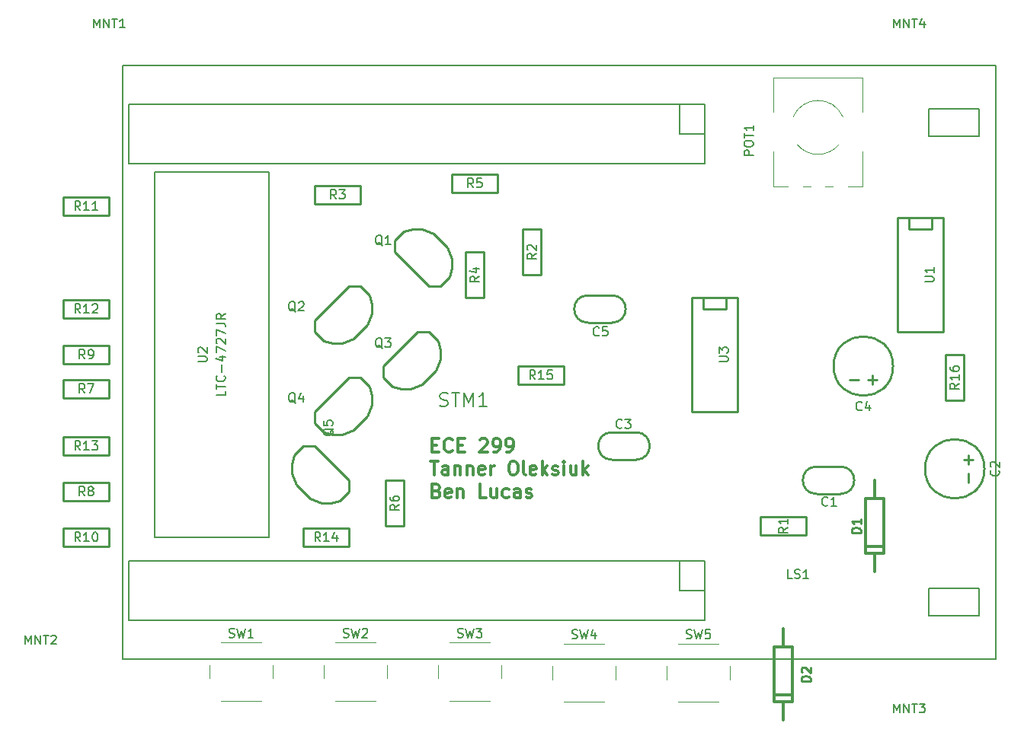
<source format=gbr>
G04 #@! TF.FileFunction,Legend,Top*
%FSLAX46Y46*%
G04 Gerber Fmt 4.6, Leading zero omitted, Abs format (unit mm)*
G04 Created by KiCad (PCBNEW 4.0.7) date 07/04/18 13:56:47*
%MOMM*%
%LPD*%
G01*
G04 APERTURE LIST*
%ADD10C,0.100000*%
%ADD11C,0.300000*%
%ADD12C,0.254000*%
%ADD13C,0.150000*%
%ADD14C,0.152400*%
%ADD15C,0.317500*%
%ADD16C,0.304800*%
%ADD17C,0.120000*%
%ADD18C,0.203200*%
G04 APERTURE END LIST*
D10*
D11*
X134977143Y-115452857D02*
X135477143Y-115452857D01*
X135691429Y-116238571D02*
X134977143Y-116238571D01*
X134977143Y-114738571D01*
X135691429Y-114738571D01*
X137191429Y-116095714D02*
X137120000Y-116167143D01*
X136905714Y-116238571D01*
X136762857Y-116238571D01*
X136548572Y-116167143D01*
X136405714Y-116024286D01*
X136334286Y-115881429D01*
X136262857Y-115595714D01*
X136262857Y-115381429D01*
X136334286Y-115095714D01*
X136405714Y-114952857D01*
X136548572Y-114810000D01*
X136762857Y-114738571D01*
X136905714Y-114738571D01*
X137120000Y-114810000D01*
X137191429Y-114881429D01*
X137834286Y-115452857D02*
X138334286Y-115452857D01*
X138548572Y-116238571D02*
X137834286Y-116238571D01*
X137834286Y-114738571D01*
X138548572Y-114738571D01*
X140262857Y-114881429D02*
X140334286Y-114810000D01*
X140477143Y-114738571D01*
X140834286Y-114738571D01*
X140977143Y-114810000D01*
X141048572Y-114881429D01*
X141120000Y-115024286D01*
X141120000Y-115167143D01*
X141048572Y-115381429D01*
X140191429Y-116238571D01*
X141120000Y-116238571D01*
X141834285Y-116238571D02*
X142120000Y-116238571D01*
X142262857Y-116167143D01*
X142334285Y-116095714D01*
X142477143Y-115881429D01*
X142548571Y-115595714D01*
X142548571Y-115024286D01*
X142477143Y-114881429D01*
X142405714Y-114810000D01*
X142262857Y-114738571D01*
X141977143Y-114738571D01*
X141834285Y-114810000D01*
X141762857Y-114881429D01*
X141691428Y-115024286D01*
X141691428Y-115381429D01*
X141762857Y-115524286D01*
X141834285Y-115595714D01*
X141977143Y-115667143D01*
X142262857Y-115667143D01*
X142405714Y-115595714D01*
X142477143Y-115524286D01*
X142548571Y-115381429D01*
X143262856Y-116238571D02*
X143548571Y-116238571D01*
X143691428Y-116167143D01*
X143762856Y-116095714D01*
X143905714Y-115881429D01*
X143977142Y-115595714D01*
X143977142Y-115024286D01*
X143905714Y-114881429D01*
X143834285Y-114810000D01*
X143691428Y-114738571D01*
X143405714Y-114738571D01*
X143262856Y-114810000D01*
X143191428Y-114881429D01*
X143119999Y-115024286D01*
X143119999Y-115381429D01*
X143191428Y-115524286D01*
X143262856Y-115595714D01*
X143405714Y-115667143D01*
X143691428Y-115667143D01*
X143834285Y-115595714D01*
X143905714Y-115524286D01*
X143977142Y-115381429D01*
X134762857Y-117288571D02*
X135620000Y-117288571D01*
X135191429Y-118788571D02*
X135191429Y-117288571D01*
X136762857Y-118788571D02*
X136762857Y-118002857D01*
X136691428Y-117860000D01*
X136548571Y-117788571D01*
X136262857Y-117788571D01*
X136120000Y-117860000D01*
X136762857Y-118717143D02*
X136620000Y-118788571D01*
X136262857Y-118788571D01*
X136120000Y-118717143D01*
X136048571Y-118574286D01*
X136048571Y-118431429D01*
X136120000Y-118288571D01*
X136262857Y-118217143D01*
X136620000Y-118217143D01*
X136762857Y-118145714D01*
X137477143Y-117788571D02*
X137477143Y-118788571D01*
X137477143Y-117931429D02*
X137548571Y-117860000D01*
X137691429Y-117788571D01*
X137905714Y-117788571D01*
X138048571Y-117860000D01*
X138120000Y-118002857D01*
X138120000Y-118788571D01*
X138834286Y-117788571D02*
X138834286Y-118788571D01*
X138834286Y-117931429D02*
X138905714Y-117860000D01*
X139048572Y-117788571D01*
X139262857Y-117788571D01*
X139405714Y-117860000D01*
X139477143Y-118002857D01*
X139477143Y-118788571D01*
X140762857Y-118717143D02*
X140620000Y-118788571D01*
X140334286Y-118788571D01*
X140191429Y-118717143D01*
X140120000Y-118574286D01*
X140120000Y-118002857D01*
X140191429Y-117860000D01*
X140334286Y-117788571D01*
X140620000Y-117788571D01*
X140762857Y-117860000D01*
X140834286Y-118002857D01*
X140834286Y-118145714D01*
X140120000Y-118288571D01*
X141477143Y-118788571D02*
X141477143Y-117788571D01*
X141477143Y-118074286D02*
X141548571Y-117931429D01*
X141620000Y-117860000D01*
X141762857Y-117788571D01*
X141905714Y-117788571D01*
X143834285Y-117288571D02*
X144119999Y-117288571D01*
X144262857Y-117360000D01*
X144405714Y-117502857D01*
X144477142Y-117788571D01*
X144477142Y-118288571D01*
X144405714Y-118574286D01*
X144262857Y-118717143D01*
X144119999Y-118788571D01*
X143834285Y-118788571D01*
X143691428Y-118717143D01*
X143548571Y-118574286D01*
X143477142Y-118288571D01*
X143477142Y-117788571D01*
X143548571Y-117502857D01*
X143691428Y-117360000D01*
X143834285Y-117288571D01*
X145334286Y-118788571D02*
X145191428Y-118717143D01*
X145120000Y-118574286D01*
X145120000Y-117288571D01*
X146477142Y-118717143D02*
X146334285Y-118788571D01*
X146048571Y-118788571D01*
X145905714Y-118717143D01*
X145834285Y-118574286D01*
X145834285Y-118002857D01*
X145905714Y-117860000D01*
X146048571Y-117788571D01*
X146334285Y-117788571D01*
X146477142Y-117860000D01*
X146548571Y-118002857D01*
X146548571Y-118145714D01*
X145834285Y-118288571D01*
X147191428Y-118788571D02*
X147191428Y-117288571D01*
X147334285Y-118217143D02*
X147762856Y-118788571D01*
X147762856Y-117788571D02*
X147191428Y-118360000D01*
X148334285Y-118717143D02*
X148477142Y-118788571D01*
X148762857Y-118788571D01*
X148905714Y-118717143D01*
X148977142Y-118574286D01*
X148977142Y-118502857D01*
X148905714Y-118360000D01*
X148762857Y-118288571D01*
X148548571Y-118288571D01*
X148405714Y-118217143D01*
X148334285Y-118074286D01*
X148334285Y-118002857D01*
X148405714Y-117860000D01*
X148548571Y-117788571D01*
X148762857Y-117788571D01*
X148905714Y-117860000D01*
X149620000Y-118788571D02*
X149620000Y-117788571D01*
X149620000Y-117288571D02*
X149548571Y-117360000D01*
X149620000Y-117431429D01*
X149691428Y-117360000D01*
X149620000Y-117288571D01*
X149620000Y-117431429D01*
X150977143Y-117788571D02*
X150977143Y-118788571D01*
X150334286Y-117788571D02*
X150334286Y-118574286D01*
X150405714Y-118717143D01*
X150548572Y-118788571D01*
X150762857Y-118788571D01*
X150905714Y-118717143D01*
X150977143Y-118645714D01*
X151691429Y-118788571D02*
X151691429Y-117288571D01*
X151834286Y-118217143D02*
X152262857Y-118788571D01*
X152262857Y-117788571D02*
X151691429Y-118360000D01*
X135477143Y-120552857D02*
X135691429Y-120624286D01*
X135762857Y-120695714D01*
X135834286Y-120838571D01*
X135834286Y-121052857D01*
X135762857Y-121195714D01*
X135691429Y-121267143D01*
X135548571Y-121338571D01*
X134977143Y-121338571D01*
X134977143Y-119838571D01*
X135477143Y-119838571D01*
X135620000Y-119910000D01*
X135691429Y-119981429D01*
X135762857Y-120124286D01*
X135762857Y-120267143D01*
X135691429Y-120410000D01*
X135620000Y-120481429D01*
X135477143Y-120552857D01*
X134977143Y-120552857D01*
X137048571Y-121267143D02*
X136905714Y-121338571D01*
X136620000Y-121338571D01*
X136477143Y-121267143D01*
X136405714Y-121124286D01*
X136405714Y-120552857D01*
X136477143Y-120410000D01*
X136620000Y-120338571D01*
X136905714Y-120338571D01*
X137048571Y-120410000D01*
X137120000Y-120552857D01*
X137120000Y-120695714D01*
X136405714Y-120838571D01*
X137762857Y-120338571D02*
X137762857Y-121338571D01*
X137762857Y-120481429D02*
X137834285Y-120410000D01*
X137977143Y-120338571D01*
X138191428Y-120338571D01*
X138334285Y-120410000D01*
X138405714Y-120552857D01*
X138405714Y-121338571D01*
X140977143Y-121338571D02*
X140262857Y-121338571D01*
X140262857Y-119838571D01*
X142120000Y-120338571D02*
X142120000Y-121338571D01*
X141477143Y-120338571D02*
X141477143Y-121124286D01*
X141548571Y-121267143D01*
X141691429Y-121338571D01*
X141905714Y-121338571D01*
X142048571Y-121267143D01*
X142120000Y-121195714D01*
X143477143Y-121267143D02*
X143334286Y-121338571D01*
X143048572Y-121338571D01*
X142905714Y-121267143D01*
X142834286Y-121195714D01*
X142762857Y-121052857D01*
X142762857Y-120624286D01*
X142834286Y-120481429D01*
X142905714Y-120410000D01*
X143048572Y-120338571D01*
X143334286Y-120338571D01*
X143477143Y-120410000D01*
X144762857Y-121338571D02*
X144762857Y-120552857D01*
X144691428Y-120410000D01*
X144548571Y-120338571D01*
X144262857Y-120338571D01*
X144120000Y-120410000D01*
X144762857Y-121267143D02*
X144620000Y-121338571D01*
X144262857Y-121338571D01*
X144120000Y-121267143D01*
X144048571Y-121124286D01*
X144048571Y-120981429D01*
X144120000Y-120838571D01*
X144262857Y-120767143D01*
X144620000Y-120767143D01*
X144762857Y-120695714D01*
X145405714Y-121267143D02*
X145548571Y-121338571D01*
X145834286Y-121338571D01*
X145977143Y-121267143D01*
X146048571Y-121124286D01*
X146048571Y-121052857D01*
X145977143Y-120910000D01*
X145834286Y-120838571D01*
X145620000Y-120838571D01*
X145477143Y-120767143D01*
X145405714Y-120624286D01*
X145405714Y-120552857D01*
X145477143Y-120410000D01*
X145620000Y-120338571D01*
X145834286Y-120338571D01*
X145977143Y-120410000D01*
D12*
X168910000Y-111760000D02*
X168910000Y-99060000D01*
X163830000Y-111760000D02*
X163830000Y-99060000D01*
X163830000Y-99060000D02*
X168910000Y-99060000D01*
X167640000Y-99060000D02*
X167640000Y-100330000D01*
X167640000Y-100330000D02*
X165100000Y-100330000D01*
X165100000Y-100330000D02*
X165100000Y-99060000D01*
X168910000Y-111760000D02*
X163830000Y-111760000D01*
X149606000Y-107696000D02*
X149606000Y-108712000D01*
X149606000Y-108712000D02*
X144526000Y-108712000D01*
X144526000Y-108712000D02*
X144526000Y-106680000D01*
X144526000Y-106680000D02*
X149606000Y-106680000D01*
X149606000Y-106680000D02*
X149606000Y-107696000D01*
D13*
X190157100Y-78079600D02*
X195745100Y-78079600D01*
X195745100Y-78079600D02*
X195745100Y-81127600D01*
X195745100Y-81127600D02*
X190157100Y-81127600D01*
X190157100Y-81127600D02*
X190157100Y-78079600D01*
X195745100Y-131419600D02*
X190157100Y-131419600D01*
X190157100Y-131419600D02*
X190157100Y-134467600D01*
X190157100Y-134467600D02*
X195745100Y-134467600D01*
X195745100Y-134467600D02*
X195745100Y-131419600D01*
X162471100Y-128371600D02*
X162471100Y-131673600D01*
X162471100Y-131673600D02*
X165265100Y-131673600D01*
X165265100Y-128371600D02*
X101257100Y-128371600D01*
X101257100Y-128371600D02*
X101257100Y-134975600D01*
X101257100Y-134975600D02*
X165265100Y-134975600D01*
X165265100Y-134975600D02*
X165265100Y-128371600D01*
X162471100Y-77571600D02*
X162471100Y-80873600D01*
X162471100Y-80873600D02*
X165265100Y-80873600D01*
X165265100Y-77571600D02*
X101257100Y-77571600D01*
X101257100Y-77571600D02*
X101257100Y-84175600D01*
X101257100Y-84175600D02*
X165265100Y-84175600D01*
X165265100Y-84175600D02*
X165265100Y-77571600D01*
D14*
X197559900Y-73273600D02*
X100559900Y-73273600D01*
X100559900Y-139273600D02*
X197559900Y-139273600D01*
X197559900Y-139273600D02*
X197559900Y-73273600D01*
X100559900Y-139273600D02*
X100559900Y-73273600D01*
D12*
X180340000Y-117856000D02*
X177673000Y-117856000D01*
X177673000Y-120904000D02*
G75*
G02X177673000Y-117856000I0J1524000D01*
G01*
X180340000Y-120904000D02*
G75*
G03X180340000Y-117856000I0J1524000D01*
G01*
X180340000Y-120904000D02*
X177673000Y-120904000D01*
X194540000Y-118610000D02*
X194540000Y-119610000D01*
X195040000Y-117110000D02*
X194040000Y-117110000D01*
X194540000Y-116610000D02*
X194540000Y-117610000D01*
X196340000Y-118110000D02*
G75*
G03X196340000Y-118110000I-3300000J0D01*
G01*
X154940000Y-117094000D02*
X157607000Y-117094000D01*
X157607000Y-114046000D02*
G75*
G02X157607000Y-117094000I0J-1524000D01*
G01*
X154940000Y-114046000D02*
G75*
G03X154940000Y-117094000I0J-1524000D01*
G01*
X154940000Y-114046000D02*
X157607000Y-114046000D01*
X182380000Y-108180000D02*
X181380000Y-108180000D01*
X183880000Y-108680000D02*
X183880000Y-107680000D01*
X184380000Y-108180000D02*
X183380000Y-108180000D01*
X186180000Y-106680000D02*
G75*
G03X186180000Y-106680000I-3300000J0D01*
G01*
X154940000Y-98806000D02*
X152273000Y-98806000D01*
X152273000Y-101854000D02*
G75*
G02X152273000Y-98806000I0J1524000D01*
G01*
X154940000Y-101854000D02*
G75*
G03X154940000Y-98806000I0J1524000D01*
G01*
X154940000Y-101854000D02*
X152273000Y-101854000D01*
D15*
X184150000Y-120650000D02*
X184150000Y-119380000D01*
X184150000Y-128270000D02*
X184150000Y-129540000D01*
X184150000Y-128270000D02*
X184150000Y-127508000D01*
D16*
X184150000Y-127508000D02*
X185166000Y-127508000D01*
X185166000Y-127508000D02*
X185166000Y-121412000D01*
X185166000Y-121412000D02*
X184150000Y-121412000D01*
X184150000Y-121412000D02*
X184150000Y-120650000D01*
X184150000Y-121412000D02*
X183134000Y-121412000D01*
X183134000Y-121412000D02*
X183134000Y-127508000D01*
X183134000Y-127508000D02*
X184150000Y-127508000D01*
X183134000Y-126746000D02*
X185166000Y-126746000D01*
D15*
X173990000Y-137160000D02*
X173990000Y-135890000D01*
X173990000Y-144780000D02*
X173990000Y-146050000D01*
X173990000Y-144780000D02*
X173990000Y-144018000D01*
D16*
X173990000Y-144018000D02*
X175006000Y-144018000D01*
X175006000Y-144018000D02*
X175006000Y-137922000D01*
X175006000Y-137922000D02*
X173990000Y-137922000D01*
X173990000Y-137922000D02*
X173990000Y-137160000D01*
X173990000Y-137922000D02*
X172974000Y-137922000D01*
X172974000Y-137922000D02*
X172974000Y-144018000D01*
X172974000Y-144018000D02*
X173990000Y-144018000D01*
X172974000Y-143256000D02*
X175006000Y-143256000D01*
D17*
X175077568Y-78958018D02*
G75*
G02X180602000Y-78957000I2762432J-1171982D01*
G01*
X180137753Y-82058295D02*
G75*
G02X175542000Y-82058000I-2297753J1928295D01*
G01*
X172879000Y-86690000D02*
X172879000Y-82824000D01*
X172879000Y-78435000D02*
X172879000Y-74570000D01*
X182800000Y-86690000D02*
X182800000Y-82824000D01*
X182800000Y-78435000D02*
X182800000Y-74570000D01*
X172879000Y-86690000D02*
X174515000Y-86690000D01*
X176165000Y-86690000D02*
X177015000Y-86690000D01*
X178665000Y-86690000D02*
X179515000Y-86690000D01*
X181165000Y-86690000D02*
X182800000Y-86690000D01*
X172879000Y-74570000D02*
X182800000Y-74570000D01*
D12*
X131826000Y-91694000D02*
X130810000Y-92710000D01*
X136906000Y-96774000D02*
X135890000Y-97790000D01*
X133858000Y-91440000D02*
X132842000Y-91440000D01*
X132842000Y-91440000D02*
X131826000Y-91694000D01*
X137160000Y-94742000D02*
X137160000Y-95758000D01*
X137160000Y-95758000D02*
X136906000Y-96774000D01*
X136652000Y-93472000D02*
X135128000Y-91948000D01*
X136652000Y-93472000D02*
X137160000Y-94742000D01*
X133858000Y-91440000D02*
X135128000Y-91948000D01*
X130810000Y-93980000D02*
X134620000Y-97790000D01*
X134620000Y-97790000D02*
X135890000Y-97790000D01*
X130810000Y-92710000D02*
X130810000Y-93980000D01*
X128016000Y-98806000D02*
X127000000Y-97790000D01*
X122936000Y-103886000D02*
X121920000Y-102870000D01*
X128270000Y-100838000D02*
X128270000Y-99822000D01*
X128270000Y-99822000D02*
X128016000Y-98806000D01*
X124968000Y-104140000D02*
X123952000Y-104140000D01*
X123952000Y-104140000D02*
X122936000Y-103886000D01*
X126238000Y-103632000D02*
X127762000Y-102108000D01*
X126238000Y-103632000D02*
X124968000Y-104140000D01*
X128270000Y-100838000D02*
X127762000Y-102108000D01*
X125730000Y-97790000D02*
X121920000Y-101600000D01*
X121920000Y-101600000D02*
X121920000Y-102870000D01*
X127000000Y-97790000D02*
X125730000Y-97790000D01*
X135636000Y-103886000D02*
X134620000Y-102870000D01*
X130556000Y-108966000D02*
X129540000Y-107950000D01*
X135890000Y-105918000D02*
X135890000Y-104902000D01*
X135890000Y-104902000D02*
X135636000Y-103886000D01*
X132588000Y-109220000D02*
X131572000Y-109220000D01*
X131572000Y-109220000D02*
X130556000Y-108966000D01*
X133858000Y-108712000D02*
X135382000Y-107188000D01*
X133858000Y-108712000D02*
X132588000Y-109220000D01*
X135890000Y-105918000D02*
X135382000Y-107188000D01*
X133350000Y-102870000D02*
X129540000Y-106680000D01*
X129540000Y-106680000D02*
X129540000Y-107950000D01*
X134620000Y-102870000D02*
X133350000Y-102870000D01*
X128016000Y-108966000D02*
X127000000Y-107950000D01*
X122936000Y-114046000D02*
X121920000Y-113030000D01*
X128270000Y-110998000D02*
X128270000Y-109982000D01*
X128270000Y-109982000D02*
X128016000Y-108966000D01*
X124968000Y-114300000D02*
X123952000Y-114300000D01*
X123952000Y-114300000D02*
X122936000Y-114046000D01*
X126238000Y-113792000D02*
X127762000Y-112268000D01*
X126238000Y-113792000D02*
X124968000Y-114300000D01*
X128270000Y-110998000D02*
X127762000Y-112268000D01*
X125730000Y-107950000D02*
X121920000Y-111760000D01*
X121920000Y-111760000D02*
X121920000Y-113030000D01*
X127000000Y-107950000D02*
X125730000Y-107950000D01*
X124714000Y-121666000D02*
X125730000Y-120650000D01*
X119634000Y-116586000D02*
X120650000Y-115570000D01*
X122682000Y-121920000D02*
X123698000Y-121920000D01*
X123698000Y-121920000D02*
X124714000Y-121666000D01*
X119380000Y-118618000D02*
X119380000Y-117602000D01*
X119380000Y-117602000D02*
X119634000Y-116586000D01*
X119888000Y-119888000D02*
X121412000Y-121412000D01*
X119888000Y-119888000D02*
X119380000Y-118618000D01*
X122682000Y-121920000D02*
X121412000Y-121412000D01*
X125730000Y-119380000D02*
X121920000Y-115570000D01*
X121920000Y-115570000D02*
X120650000Y-115570000D01*
X125730000Y-120650000D02*
X125730000Y-119380000D01*
X171450000Y-124460000D02*
X171450000Y-123444000D01*
X171450000Y-123444000D02*
X176530000Y-123444000D01*
X176530000Y-123444000D02*
X176530000Y-125476000D01*
X176530000Y-125476000D02*
X171450000Y-125476000D01*
X171450000Y-125476000D02*
X171450000Y-124460000D01*
X146050000Y-96520000D02*
X145034000Y-96520000D01*
X145034000Y-96520000D02*
X145034000Y-91440000D01*
X145034000Y-91440000D02*
X147066000Y-91440000D01*
X147066000Y-91440000D02*
X147066000Y-96520000D01*
X147066000Y-96520000D02*
X146050000Y-96520000D01*
X127000000Y-87630000D02*
X127000000Y-88646000D01*
X127000000Y-88646000D02*
X121920000Y-88646000D01*
X121920000Y-88646000D02*
X121920000Y-86614000D01*
X121920000Y-86614000D02*
X127000000Y-86614000D01*
X127000000Y-86614000D02*
X127000000Y-87630000D01*
X139700000Y-99060000D02*
X138684000Y-99060000D01*
X138684000Y-99060000D02*
X138684000Y-93980000D01*
X138684000Y-93980000D02*
X140716000Y-93980000D01*
X140716000Y-93980000D02*
X140716000Y-99060000D01*
X140716000Y-99060000D02*
X139700000Y-99060000D01*
X142240000Y-86360000D02*
X142240000Y-87376000D01*
X142240000Y-87376000D02*
X137160000Y-87376000D01*
X137160000Y-87376000D02*
X137160000Y-85344000D01*
X137160000Y-85344000D02*
X142240000Y-85344000D01*
X142240000Y-85344000D02*
X142240000Y-86360000D01*
X130810000Y-119380000D02*
X131826000Y-119380000D01*
X131826000Y-119380000D02*
X131826000Y-124460000D01*
X131826000Y-124460000D02*
X129794000Y-124460000D01*
X129794000Y-124460000D02*
X129794000Y-119380000D01*
X129794000Y-119380000D02*
X130810000Y-119380000D01*
X93980000Y-109220000D02*
X93980000Y-108204000D01*
X93980000Y-108204000D02*
X99060000Y-108204000D01*
X99060000Y-108204000D02*
X99060000Y-110236000D01*
X99060000Y-110236000D02*
X93980000Y-110236000D01*
X93980000Y-110236000D02*
X93980000Y-109220000D01*
X93980000Y-120650000D02*
X93980000Y-119634000D01*
X93980000Y-119634000D02*
X99060000Y-119634000D01*
X99060000Y-119634000D02*
X99060000Y-121666000D01*
X99060000Y-121666000D02*
X93980000Y-121666000D01*
X93980000Y-121666000D02*
X93980000Y-120650000D01*
X93980000Y-105410000D02*
X93980000Y-104394000D01*
X93980000Y-104394000D02*
X99060000Y-104394000D01*
X99060000Y-104394000D02*
X99060000Y-106426000D01*
X99060000Y-106426000D02*
X93980000Y-106426000D01*
X93980000Y-106426000D02*
X93980000Y-105410000D01*
X93980000Y-125730000D02*
X93980000Y-124714000D01*
X93980000Y-124714000D02*
X99060000Y-124714000D01*
X99060000Y-124714000D02*
X99060000Y-126746000D01*
X99060000Y-126746000D02*
X93980000Y-126746000D01*
X93980000Y-126746000D02*
X93980000Y-125730000D01*
X93980000Y-88900000D02*
X93980000Y-87884000D01*
X93980000Y-87884000D02*
X99060000Y-87884000D01*
X99060000Y-87884000D02*
X99060000Y-89916000D01*
X99060000Y-89916000D02*
X93980000Y-89916000D01*
X93980000Y-89916000D02*
X93980000Y-88900000D01*
X93980000Y-100330000D02*
X93980000Y-99314000D01*
X93980000Y-99314000D02*
X99060000Y-99314000D01*
X99060000Y-99314000D02*
X99060000Y-101346000D01*
X99060000Y-101346000D02*
X93980000Y-101346000D01*
X93980000Y-101346000D02*
X93980000Y-100330000D01*
X93980000Y-115570000D02*
X93980000Y-114554000D01*
X93980000Y-114554000D02*
X99060000Y-114554000D01*
X99060000Y-114554000D02*
X99060000Y-116586000D01*
X99060000Y-116586000D02*
X93980000Y-116586000D01*
X93980000Y-116586000D02*
X93980000Y-115570000D01*
X125730000Y-125730000D02*
X125730000Y-126746000D01*
X125730000Y-126746000D02*
X120650000Y-126746000D01*
X120650000Y-126746000D02*
X120650000Y-124714000D01*
X120650000Y-124714000D02*
X125730000Y-124714000D01*
X125730000Y-124714000D02*
X125730000Y-125730000D01*
X193040000Y-105410000D02*
X194056000Y-105410000D01*
X194056000Y-105410000D02*
X194056000Y-110490000D01*
X194056000Y-110490000D02*
X192024000Y-110490000D01*
X192024000Y-110490000D02*
X192024000Y-105410000D01*
X192024000Y-105410000D02*
X193040000Y-105410000D01*
D17*
X111490000Y-143930000D02*
X115990000Y-143930000D01*
X110240000Y-139930000D02*
X110240000Y-141430000D01*
X115990000Y-137430000D02*
X111490000Y-137430000D01*
X117240000Y-141430000D02*
X117240000Y-139930000D01*
X124190000Y-143930000D02*
X128690000Y-143930000D01*
X122940000Y-139930000D02*
X122940000Y-141430000D01*
X128690000Y-137430000D02*
X124190000Y-137430000D01*
X129940000Y-141430000D02*
X129940000Y-139930000D01*
X136890000Y-143930000D02*
X141390000Y-143930000D01*
X135640000Y-139930000D02*
X135640000Y-141430000D01*
X141390000Y-137430000D02*
X136890000Y-137430000D01*
X142640000Y-141430000D02*
X142640000Y-139930000D01*
X149590000Y-144057000D02*
X154090000Y-144057000D01*
X148340000Y-140057000D02*
X148340000Y-141557000D01*
X154090000Y-137557000D02*
X149590000Y-137557000D01*
X155340000Y-141557000D02*
X155340000Y-140057000D01*
X162290000Y-144057000D02*
X166790000Y-144057000D01*
X161040000Y-140057000D02*
X161040000Y-141557000D01*
X166790000Y-137557000D02*
X162290000Y-137557000D01*
X168040000Y-141557000D02*
X168040000Y-140057000D01*
D12*
X191770000Y-102870000D02*
X191770000Y-90170000D01*
X186690000Y-102870000D02*
X186690000Y-90170000D01*
X186690000Y-90170000D02*
X191770000Y-90170000D01*
X190500000Y-90170000D02*
X190500000Y-91440000D01*
X190500000Y-91440000D02*
X187960000Y-91440000D01*
X187960000Y-91440000D02*
X187960000Y-90170000D01*
X191770000Y-102870000D02*
X186690000Y-102870000D01*
D13*
X104140000Y-125730000D02*
X104140000Y-85090000D01*
X104140000Y-85090000D02*
X116840000Y-85090000D01*
X116840000Y-85090000D02*
X116840000Y-125730000D01*
X116840000Y-125730000D02*
X104140000Y-125730000D01*
X174972743Y-130297181D02*
X174496552Y-130297181D01*
X174496552Y-129297181D01*
X175258457Y-130249562D02*
X175401314Y-130297181D01*
X175639410Y-130297181D01*
X175734648Y-130249562D01*
X175782267Y-130201943D01*
X175829886Y-130106705D01*
X175829886Y-130011467D01*
X175782267Y-129916229D01*
X175734648Y-129868610D01*
X175639410Y-129820990D01*
X175448933Y-129773371D01*
X175353695Y-129725752D01*
X175306076Y-129678133D01*
X175258457Y-129582895D01*
X175258457Y-129487657D01*
X175306076Y-129392419D01*
X175353695Y-129344800D01*
X175448933Y-129297181D01*
X175687029Y-129297181D01*
X175829886Y-129344800D01*
X176782267Y-130297181D02*
X176210838Y-130297181D01*
X176496552Y-130297181D02*
X176496552Y-129297181D01*
X176401314Y-129440038D01*
X176306076Y-129535276D01*
X176210838Y-129582895D01*
D14*
X166829619Y-106184095D02*
X167652095Y-106184095D01*
X167748857Y-106135714D01*
X167797238Y-106087333D01*
X167845619Y-105990571D01*
X167845619Y-105797048D01*
X167797238Y-105700286D01*
X167748857Y-105651905D01*
X167652095Y-105603524D01*
X166829619Y-105603524D01*
X166829619Y-105216476D02*
X166829619Y-104587524D01*
X167216667Y-104926190D01*
X167216667Y-104781048D01*
X167265048Y-104684286D01*
X167313429Y-104635905D01*
X167410190Y-104587524D01*
X167652095Y-104587524D01*
X167748857Y-104635905D01*
X167797238Y-104684286D01*
X167845619Y-104781048D01*
X167845619Y-105071333D01*
X167797238Y-105168095D01*
X167748857Y-105216476D01*
X146412857Y-108155619D02*
X146074191Y-107671810D01*
X145832286Y-108155619D02*
X145832286Y-107139619D01*
X146219333Y-107139619D01*
X146316095Y-107188000D01*
X146364476Y-107236381D01*
X146412857Y-107333143D01*
X146412857Y-107478286D01*
X146364476Y-107575048D01*
X146316095Y-107623429D01*
X146219333Y-107671810D01*
X145832286Y-107671810D01*
X147380476Y-108155619D02*
X146799905Y-108155619D01*
X147090191Y-108155619D02*
X147090191Y-107139619D01*
X146993429Y-107284762D01*
X146896667Y-107381524D01*
X146799905Y-107429905D01*
X148299714Y-107139619D02*
X147815905Y-107139619D01*
X147767524Y-107623429D01*
X147815905Y-107575048D01*
X147912667Y-107526667D01*
X148154571Y-107526667D01*
X148251333Y-107575048D01*
X148299714Y-107623429D01*
X148348095Y-107720190D01*
X148348095Y-107962095D01*
X148299714Y-108058857D01*
X148251333Y-108107238D01*
X148154571Y-108155619D01*
X147912667Y-108155619D01*
X147815905Y-108107238D01*
X147767524Y-108058857D01*
D18*
X135817429Y-111106857D02*
X136035143Y-111179429D01*
X136398000Y-111179429D01*
X136543143Y-111106857D01*
X136615714Y-111034286D01*
X136688286Y-110889143D01*
X136688286Y-110744000D01*
X136615714Y-110598857D01*
X136543143Y-110526286D01*
X136398000Y-110453714D01*
X136107714Y-110381143D01*
X135962572Y-110308571D01*
X135890000Y-110236000D01*
X135817429Y-110090857D01*
X135817429Y-109945714D01*
X135890000Y-109800571D01*
X135962572Y-109728000D01*
X136107714Y-109655429D01*
X136470572Y-109655429D01*
X136688286Y-109728000D01*
X137123715Y-109655429D02*
X137994572Y-109655429D01*
X137559143Y-111179429D02*
X137559143Y-109655429D01*
X138502572Y-111179429D02*
X138502572Y-109655429D01*
X139010572Y-110744000D01*
X139518572Y-109655429D01*
X139518572Y-111179429D01*
X141042572Y-111179429D02*
X140171715Y-111179429D01*
X140607143Y-111179429D02*
X140607143Y-109655429D01*
X140462000Y-109873143D01*
X140316858Y-110018286D01*
X140171715Y-110090857D01*
D14*
X178900667Y-122155857D02*
X178852286Y-122204238D01*
X178707143Y-122252619D01*
X178610381Y-122252619D01*
X178465239Y-122204238D01*
X178368477Y-122107476D01*
X178320096Y-122010714D01*
X178271715Y-121817190D01*
X178271715Y-121672048D01*
X178320096Y-121478524D01*
X178368477Y-121381762D01*
X178465239Y-121285000D01*
X178610381Y-121236619D01*
X178707143Y-121236619D01*
X178852286Y-121285000D01*
X178900667Y-121333381D01*
X179868286Y-122252619D02*
X179287715Y-122252619D01*
X179578001Y-122252619D02*
X179578001Y-121236619D01*
X179481239Y-121381762D01*
X179384477Y-121478524D01*
X179287715Y-121526905D01*
D13*
X197897143Y-118276666D02*
X197944762Y-118324285D01*
X197992381Y-118467142D01*
X197992381Y-118562380D01*
X197944762Y-118705238D01*
X197849524Y-118800476D01*
X197754286Y-118848095D01*
X197563810Y-118895714D01*
X197420952Y-118895714D01*
X197230476Y-118848095D01*
X197135238Y-118800476D01*
X197040000Y-118705238D01*
X196992381Y-118562380D01*
X196992381Y-118467142D01*
X197040000Y-118324285D01*
X197087619Y-118276666D01*
X197087619Y-117895714D02*
X197040000Y-117848095D01*
X196992381Y-117752857D01*
X196992381Y-117514761D01*
X197040000Y-117419523D01*
X197087619Y-117371904D01*
X197182857Y-117324285D01*
X197278095Y-117324285D01*
X197420952Y-117371904D01*
X197992381Y-117943333D01*
X197992381Y-117324285D01*
D14*
X156040667Y-113519857D02*
X155992286Y-113568238D01*
X155847143Y-113616619D01*
X155750381Y-113616619D01*
X155605239Y-113568238D01*
X155508477Y-113471476D01*
X155460096Y-113374714D01*
X155411715Y-113181190D01*
X155411715Y-113036048D01*
X155460096Y-112842524D01*
X155508477Y-112745762D01*
X155605239Y-112649000D01*
X155750381Y-112600619D01*
X155847143Y-112600619D01*
X155992286Y-112649000D01*
X156040667Y-112697381D01*
X156379334Y-112600619D02*
X157008286Y-112600619D01*
X156669620Y-112987667D01*
X156814762Y-112987667D01*
X156911524Y-113036048D01*
X156959905Y-113084429D01*
X157008286Y-113181190D01*
X157008286Y-113423095D01*
X156959905Y-113519857D01*
X156911524Y-113568238D01*
X156814762Y-113616619D01*
X156524477Y-113616619D01*
X156427715Y-113568238D01*
X156379334Y-113519857D01*
D13*
X182713334Y-111537143D02*
X182665715Y-111584762D01*
X182522858Y-111632381D01*
X182427620Y-111632381D01*
X182284762Y-111584762D01*
X182189524Y-111489524D01*
X182141905Y-111394286D01*
X182094286Y-111203810D01*
X182094286Y-111060952D01*
X182141905Y-110870476D01*
X182189524Y-110775238D01*
X182284762Y-110680000D01*
X182427620Y-110632381D01*
X182522858Y-110632381D01*
X182665715Y-110680000D01*
X182713334Y-110727619D01*
X183570477Y-110965714D02*
X183570477Y-111632381D01*
X183332381Y-110584762D02*
X183094286Y-111299048D01*
X183713334Y-111299048D01*
D14*
X153500667Y-103232857D02*
X153452286Y-103281238D01*
X153307143Y-103329619D01*
X153210381Y-103329619D01*
X153065239Y-103281238D01*
X152968477Y-103184476D01*
X152920096Y-103087714D01*
X152871715Y-102894190D01*
X152871715Y-102749048D01*
X152920096Y-102555524D01*
X152968477Y-102458762D01*
X153065239Y-102362000D01*
X153210381Y-102313619D01*
X153307143Y-102313619D01*
X153452286Y-102362000D01*
X153500667Y-102410381D01*
X154419905Y-102313619D02*
X153936096Y-102313619D01*
X153887715Y-102797429D01*
X153936096Y-102749048D01*
X154032858Y-102700667D01*
X154274762Y-102700667D01*
X154371524Y-102749048D01*
X154419905Y-102797429D01*
X154468286Y-102894190D01*
X154468286Y-103136095D01*
X154419905Y-103232857D01*
X154371524Y-103281238D01*
X154274762Y-103329619D01*
X154032858Y-103329619D01*
X153936096Y-103281238D01*
X153887715Y-103232857D01*
D12*
X182577619Y-125209904D02*
X181561619Y-125209904D01*
X181561619Y-124967999D01*
X181610000Y-124822857D01*
X181706762Y-124726095D01*
X181803524Y-124677714D01*
X181997048Y-124629333D01*
X182142190Y-124629333D01*
X182335714Y-124677714D01*
X182432476Y-124726095D01*
X182529238Y-124822857D01*
X182577619Y-124967999D01*
X182577619Y-125209904D01*
X182577619Y-123661714D02*
X182577619Y-124242285D01*
X182577619Y-123951999D02*
X181561619Y-123951999D01*
X181706762Y-124048761D01*
X181803524Y-124145523D01*
X181851905Y-124242285D01*
X176989619Y-141719904D02*
X175973619Y-141719904D01*
X175973619Y-141477999D01*
X176022000Y-141332857D01*
X176118762Y-141236095D01*
X176215524Y-141187714D01*
X176409048Y-141139333D01*
X176554190Y-141139333D01*
X176747714Y-141187714D01*
X176844476Y-141236095D01*
X176941238Y-141332857D01*
X176989619Y-141477999D01*
X176989619Y-141719904D01*
X176070381Y-140752285D02*
X176022000Y-140703904D01*
X175973619Y-140607142D01*
X175973619Y-140365238D01*
X176022000Y-140268476D01*
X176070381Y-140220095D01*
X176167143Y-140171714D01*
X176263905Y-140171714D01*
X176409048Y-140220095D01*
X176989619Y-140800666D01*
X176989619Y-140171714D01*
D13*
X170642381Y-83222857D02*
X169642381Y-83222857D01*
X169642381Y-82841904D01*
X169690000Y-82746666D01*
X169737619Y-82699047D01*
X169832857Y-82651428D01*
X169975714Y-82651428D01*
X170070952Y-82699047D01*
X170118571Y-82746666D01*
X170166190Y-82841904D01*
X170166190Y-83222857D01*
X169642381Y-82032381D02*
X169642381Y-81841904D01*
X169690000Y-81746666D01*
X169785238Y-81651428D01*
X169975714Y-81603809D01*
X170309048Y-81603809D01*
X170499524Y-81651428D01*
X170594762Y-81746666D01*
X170642381Y-81841904D01*
X170642381Y-82032381D01*
X170594762Y-82127619D01*
X170499524Y-82222857D01*
X170309048Y-82270476D01*
X169975714Y-82270476D01*
X169785238Y-82222857D01*
X169690000Y-82127619D01*
X169642381Y-82032381D01*
X169642381Y-81318095D02*
X169642381Y-80746666D01*
X170642381Y-81032381D02*
X169642381Y-81032381D01*
X170642381Y-79889523D02*
X170642381Y-80460952D01*
X170642381Y-80175238D02*
X169642381Y-80175238D01*
X169785238Y-80270476D01*
X169880476Y-80365714D01*
X169928095Y-80460952D01*
D14*
X129443238Y-93266381D02*
X129346476Y-93218000D01*
X129249714Y-93121238D01*
X129104571Y-92976095D01*
X129007810Y-92927714D01*
X128911048Y-92927714D01*
X128959429Y-93169619D02*
X128862667Y-93121238D01*
X128765905Y-93024476D01*
X128717524Y-92830952D01*
X128717524Y-92492286D01*
X128765905Y-92298762D01*
X128862667Y-92202000D01*
X128959429Y-92153619D01*
X129152952Y-92153619D01*
X129249714Y-92202000D01*
X129346476Y-92298762D01*
X129394857Y-92492286D01*
X129394857Y-92830952D01*
X129346476Y-93024476D01*
X129249714Y-93121238D01*
X129152952Y-93169619D01*
X128959429Y-93169619D01*
X130362476Y-93169619D02*
X129781905Y-93169619D01*
X130072191Y-93169619D02*
X130072191Y-92153619D01*
X129975429Y-92298762D01*
X129878667Y-92395524D01*
X129781905Y-92443905D01*
X119791238Y-100632381D02*
X119694476Y-100584000D01*
X119597714Y-100487238D01*
X119452571Y-100342095D01*
X119355810Y-100293714D01*
X119259048Y-100293714D01*
X119307429Y-100535619D02*
X119210667Y-100487238D01*
X119113905Y-100390476D01*
X119065524Y-100196952D01*
X119065524Y-99858286D01*
X119113905Y-99664762D01*
X119210667Y-99568000D01*
X119307429Y-99519619D01*
X119500952Y-99519619D01*
X119597714Y-99568000D01*
X119694476Y-99664762D01*
X119742857Y-99858286D01*
X119742857Y-100196952D01*
X119694476Y-100390476D01*
X119597714Y-100487238D01*
X119500952Y-100535619D01*
X119307429Y-100535619D01*
X120129905Y-99616381D02*
X120178286Y-99568000D01*
X120275048Y-99519619D01*
X120516952Y-99519619D01*
X120613714Y-99568000D01*
X120662095Y-99616381D01*
X120710476Y-99713143D01*
X120710476Y-99809905D01*
X120662095Y-99955048D01*
X120081524Y-100535619D01*
X120710476Y-100535619D01*
X129443238Y-104696381D02*
X129346476Y-104648000D01*
X129249714Y-104551238D01*
X129104571Y-104406095D01*
X129007810Y-104357714D01*
X128911048Y-104357714D01*
X128959429Y-104599619D02*
X128862667Y-104551238D01*
X128765905Y-104454476D01*
X128717524Y-104260952D01*
X128717524Y-103922286D01*
X128765905Y-103728762D01*
X128862667Y-103632000D01*
X128959429Y-103583619D01*
X129152952Y-103583619D01*
X129249714Y-103632000D01*
X129346476Y-103728762D01*
X129394857Y-103922286D01*
X129394857Y-104260952D01*
X129346476Y-104454476D01*
X129249714Y-104551238D01*
X129152952Y-104599619D01*
X128959429Y-104599619D01*
X129733524Y-103583619D02*
X130362476Y-103583619D01*
X130023810Y-103970667D01*
X130168952Y-103970667D01*
X130265714Y-104019048D01*
X130314095Y-104067429D01*
X130362476Y-104164190D01*
X130362476Y-104406095D01*
X130314095Y-104502857D01*
X130265714Y-104551238D01*
X130168952Y-104599619D01*
X129878667Y-104599619D01*
X129781905Y-104551238D01*
X129733524Y-104502857D01*
X119791238Y-110792381D02*
X119694476Y-110744000D01*
X119597714Y-110647238D01*
X119452571Y-110502095D01*
X119355810Y-110453714D01*
X119259048Y-110453714D01*
X119307429Y-110695619D02*
X119210667Y-110647238D01*
X119113905Y-110550476D01*
X119065524Y-110356952D01*
X119065524Y-110018286D01*
X119113905Y-109824762D01*
X119210667Y-109728000D01*
X119307429Y-109679619D01*
X119500952Y-109679619D01*
X119597714Y-109728000D01*
X119694476Y-109824762D01*
X119742857Y-110018286D01*
X119742857Y-110356952D01*
X119694476Y-110550476D01*
X119597714Y-110647238D01*
X119500952Y-110695619D01*
X119307429Y-110695619D01*
X120613714Y-110018286D02*
X120613714Y-110695619D01*
X120371810Y-109631238D02*
X120129905Y-110356952D01*
X120758857Y-110356952D01*
X124000381Y-113634762D02*
X123952000Y-113731524D01*
X123855238Y-113828286D01*
X123710095Y-113973429D01*
X123661714Y-114070190D01*
X123661714Y-114166952D01*
X123903619Y-114118571D02*
X123855238Y-114215333D01*
X123758476Y-114312095D01*
X123564952Y-114360476D01*
X123226286Y-114360476D01*
X123032762Y-114312095D01*
X122936000Y-114215333D01*
X122887619Y-114118571D01*
X122887619Y-113925048D01*
X122936000Y-113828286D01*
X123032762Y-113731524D01*
X123226286Y-113683143D01*
X123564952Y-113683143D01*
X123758476Y-113731524D01*
X123855238Y-113828286D01*
X123903619Y-113925048D01*
X123903619Y-114118571D01*
X122887619Y-112763905D02*
X122887619Y-113247714D01*
X123371429Y-113296095D01*
X123323048Y-113247714D01*
X123274667Y-113150952D01*
X123274667Y-112909048D01*
X123323048Y-112812286D01*
X123371429Y-112763905D01*
X123468190Y-112715524D01*
X123710095Y-112715524D01*
X123806857Y-112763905D01*
X123855238Y-112812286D01*
X123903619Y-112909048D01*
X123903619Y-113150952D01*
X123855238Y-113247714D01*
X123806857Y-113296095D01*
X174449619Y-124629333D02*
X173965810Y-124967999D01*
X174449619Y-125209904D02*
X173433619Y-125209904D01*
X173433619Y-124822857D01*
X173482000Y-124726095D01*
X173530381Y-124677714D01*
X173627143Y-124629333D01*
X173772286Y-124629333D01*
X173869048Y-124677714D01*
X173917429Y-124726095D01*
X173965810Y-124822857D01*
X173965810Y-125209904D01*
X174449619Y-123661714D02*
X174449619Y-124242285D01*
X174449619Y-123951999D02*
X173433619Y-123951999D01*
X173578762Y-124048761D01*
X173675524Y-124145523D01*
X173723905Y-124242285D01*
X146509619Y-94149333D02*
X146025810Y-94487999D01*
X146509619Y-94729904D02*
X145493619Y-94729904D01*
X145493619Y-94342857D01*
X145542000Y-94246095D01*
X145590381Y-94197714D01*
X145687143Y-94149333D01*
X145832286Y-94149333D01*
X145929048Y-94197714D01*
X145977429Y-94246095D01*
X146025810Y-94342857D01*
X146025810Y-94729904D01*
X145590381Y-93762285D02*
X145542000Y-93713904D01*
X145493619Y-93617142D01*
X145493619Y-93375238D01*
X145542000Y-93278476D01*
X145590381Y-93230095D01*
X145687143Y-93181714D01*
X145783905Y-93181714D01*
X145929048Y-93230095D01*
X146509619Y-93810666D01*
X146509619Y-93181714D01*
X124290667Y-88089619D02*
X123952001Y-87605810D01*
X123710096Y-88089619D02*
X123710096Y-87073619D01*
X124097143Y-87073619D01*
X124193905Y-87122000D01*
X124242286Y-87170381D01*
X124290667Y-87267143D01*
X124290667Y-87412286D01*
X124242286Y-87509048D01*
X124193905Y-87557429D01*
X124097143Y-87605810D01*
X123710096Y-87605810D01*
X124629334Y-87073619D02*
X125258286Y-87073619D01*
X124919620Y-87460667D01*
X125064762Y-87460667D01*
X125161524Y-87509048D01*
X125209905Y-87557429D01*
X125258286Y-87654190D01*
X125258286Y-87896095D01*
X125209905Y-87992857D01*
X125161524Y-88041238D01*
X125064762Y-88089619D01*
X124774477Y-88089619D01*
X124677715Y-88041238D01*
X124629334Y-87992857D01*
X140159619Y-96689333D02*
X139675810Y-97027999D01*
X140159619Y-97269904D02*
X139143619Y-97269904D01*
X139143619Y-96882857D01*
X139192000Y-96786095D01*
X139240381Y-96737714D01*
X139337143Y-96689333D01*
X139482286Y-96689333D01*
X139579048Y-96737714D01*
X139627429Y-96786095D01*
X139675810Y-96882857D01*
X139675810Y-97269904D01*
X139482286Y-95818476D02*
X140159619Y-95818476D01*
X139095238Y-96060380D02*
X139820952Y-96302285D01*
X139820952Y-95673333D01*
X139530667Y-86819619D02*
X139192001Y-86335810D01*
X138950096Y-86819619D02*
X138950096Y-85803619D01*
X139337143Y-85803619D01*
X139433905Y-85852000D01*
X139482286Y-85900381D01*
X139530667Y-85997143D01*
X139530667Y-86142286D01*
X139482286Y-86239048D01*
X139433905Y-86287429D01*
X139337143Y-86335810D01*
X138950096Y-86335810D01*
X140449905Y-85803619D02*
X139966096Y-85803619D01*
X139917715Y-86287429D01*
X139966096Y-86239048D01*
X140062858Y-86190667D01*
X140304762Y-86190667D01*
X140401524Y-86239048D01*
X140449905Y-86287429D01*
X140498286Y-86384190D01*
X140498286Y-86626095D01*
X140449905Y-86722857D01*
X140401524Y-86771238D01*
X140304762Y-86819619D01*
X140062858Y-86819619D01*
X139966096Y-86771238D01*
X139917715Y-86722857D01*
X131269619Y-122089333D02*
X130785810Y-122427999D01*
X131269619Y-122669904D02*
X130253619Y-122669904D01*
X130253619Y-122282857D01*
X130302000Y-122186095D01*
X130350381Y-122137714D01*
X130447143Y-122089333D01*
X130592286Y-122089333D01*
X130689048Y-122137714D01*
X130737429Y-122186095D01*
X130785810Y-122282857D01*
X130785810Y-122669904D01*
X130253619Y-121218476D02*
X130253619Y-121411999D01*
X130302000Y-121508761D01*
X130350381Y-121557142D01*
X130495524Y-121653904D01*
X130689048Y-121702285D01*
X131076095Y-121702285D01*
X131172857Y-121653904D01*
X131221238Y-121605523D01*
X131269619Y-121508761D01*
X131269619Y-121315238D01*
X131221238Y-121218476D01*
X131172857Y-121170095D01*
X131076095Y-121121714D01*
X130834190Y-121121714D01*
X130737429Y-121170095D01*
X130689048Y-121218476D01*
X130640667Y-121315238D01*
X130640667Y-121508761D01*
X130689048Y-121605523D01*
X130737429Y-121653904D01*
X130834190Y-121702285D01*
X96350667Y-109679619D02*
X96012001Y-109195810D01*
X95770096Y-109679619D02*
X95770096Y-108663619D01*
X96157143Y-108663619D01*
X96253905Y-108712000D01*
X96302286Y-108760381D01*
X96350667Y-108857143D01*
X96350667Y-109002286D01*
X96302286Y-109099048D01*
X96253905Y-109147429D01*
X96157143Y-109195810D01*
X95770096Y-109195810D01*
X96689334Y-108663619D02*
X97366667Y-108663619D01*
X96931239Y-109679619D01*
X96350667Y-121109619D02*
X96012001Y-120625810D01*
X95770096Y-121109619D02*
X95770096Y-120093619D01*
X96157143Y-120093619D01*
X96253905Y-120142000D01*
X96302286Y-120190381D01*
X96350667Y-120287143D01*
X96350667Y-120432286D01*
X96302286Y-120529048D01*
X96253905Y-120577429D01*
X96157143Y-120625810D01*
X95770096Y-120625810D01*
X96931239Y-120529048D02*
X96834477Y-120480667D01*
X96786096Y-120432286D01*
X96737715Y-120335524D01*
X96737715Y-120287143D01*
X96786096Y-120190381D01*
X96834477Y-120142000D01*
X96931239Y-120093619D01*
X97124762Y-120093619D01*
X97221524Y-120142000D01*
X97269905Y-120190381D01*
X97318286Y-120287143D01*
X97318286Y-120335524D01*
X97269905Y-120432286D01*
X97221524Y-120480667D01*
X97124762Y-120529048D01*
X96931239Y-120529048D01*
X96834477Y-120577429D01*
X96786096Y-120625810D01*
X96737715Y-120722571D01*
X96737715Y-120916095D01*
X96786096Y-121012857D01*
X96834477Y-121061238D01*
X96931239Y-121109619D01*
X97124762Y-121109619D01*
X97221524Y-121061238D01*
X97269905Y-121012857D01*
X97318286Y-120916095D01*
X97318286Y-120722571D01*
X97269905Y-120625810D01*
X97221524Y-120577429D01*
X97124762Y-120529048D01*
X96350667Y-105869619D02*
X96012001Y-105385810D01*
X95770096Y-105869619D02*
X95770096Y-104853619D01*
X96157143Y-104853619D01*
X96253905Y-104902000D01*
X96302286Y-104950381D01*
X96350667Y-105047143D01*
X96350667Y-105192286D01*
X96302286Y-105289048D01*
X96253905Y-105337429D01*
X96157143Y-105385810D01*
X95770096Y-105385810D01*
X96834477Y-105869619D02*
X97028001Y-105869619D01*
X97124762Y-105821238D01*
X97173143Y-105772857D01*
X97269905Y-105627714D01*
X97318286Y-105434190D01*
X97318286Y-105047143D01*
X97269905Y-104950381D01*
X97221524Y-104902000D01*
X97124762Y-104853619D01*
X96931239Y-104853619D01*
X96834477Y-104902000D01*
X96786096Y-104950381D01*
X96737715Y-105047143D01*
X96737715Y-105289048D01*
X96786096Y-105385810D01*
X96834477Y-105434190D01*
X96931239Y-105482571D01*
X97124762Y-105482571D01*
X97221524Y-105434190D01*
X97269905Y-105385810D01*
X97318286Y-105289048D01*
X95866857Y-126189619D02*
X95528191Y-125705810D01*
X95286286Y-126189619D02*
X95286286Y-125173619D01*
X95673333Y-125173619D01*
X95770095Y-125222000D01*
X95818476Y-125270381D01*
X95866857Y-125367143D01*
X95866857Y-125512286D01*
X95818476Y-125609048D01*
X95770095Y-125657429D01*
X95673333Y-125705810D01*
X95286286Y-125705810D01*
X96834476Y-126189619D02*
X96253905Y-126189619D01*
X96544191Y-126189619D02*
X96544191Y-125173619D01*
X96447429Y-125318762D01*
X96350667Y-125415524D01*
X96253905Y-125463905D01*
X97463429Y-125173619D02*
X97560190Y-125173619D01*
X97656952Y-125222000D01*
X97705333Y-125270381D01*
X97753714Y-125367143D01*
X97802095Y-125560667D01*
X97802095Y-125802571D01*
X97753714Y-125996095D01*
X97705333Y-126092857D01*
X97656952Y-126141238D01*
X97560190Y-126189619D01*
X97463429Y-126189619D01*
X97366667Y-126141238D01*
X97318286Y-126092857D01*
X97269905Y-125996095D01*
X97221524Y-125802571D01*
X97221524Y-125560667D01*
X97269905Y-125367143D01*
X97318286Y-125270381D01*
X97366667Y-125222000D01*
X97463429Y-125173619D01*
X95866857Y-89359619D02*
X95528191Y-88875810D01*
X95286286Y-89359619D02*
X95286286Y-88343619D01*
X95673333Y-88343619D01*
X95770095Y-88392000D01*
X95818476Y-88440381D01*
X95866857Y-88537143D01*
X95866857Y-88682286D01*
X95818476Y-88779048D01*
X95770095Y-88827429D01*
X95673333Y-88875810D01*
X95286286Y-88875810D01*
X96834476Y-89359619D02*
X96253905Y-89359619D01*
X96544191Y-89359619D02*
X96544191Y-88343619D01*
X96447429Y-88488762D01*
X96350667Y-88585524D01*
X96253905Y-88633905D01*
X97802095Y-89359619D02*
X97221524Y-89359619D01*
X97511810Y-89359619D02*
X97511810Y-88343619D01*
X97415048Y-88488762D01*
X97318286Y-88585524D01*
X97221524Y-88633905D01*
X95866857Y-100789619D02*
X95528191Y-100305810D01*
X95286286Y-100789619D02*
X95286286Y-99773619D01*
X95673333Y-99773619D01*
X95770095Y-99822000D01*
X95818476Y-99870381D01*
X95866857Y-99967143D01*
X95866857Y-100112286D01*
X95818476Y-100209048D01*
X95770095Y-100257429D01*
X95673333Y-100305810D01*
X95286286Y-100305810D01*
X96834476Y-100789619D02*
X96253905Y-100789619D01*
X96544191Y-100789619D02*
X96544191Y-99773619D01*
X96447429Y-99918762D01*
X96350667Y-100015524D01*
X96253905Y-100063905D01*
X97221524Y-99870381D02*
X97269905Y-99822000D01*
X97366667Y-99773619D01*
X97608571Y-99773619D01*
X97705333Y-99822000D01*
X97753714Y-99870381D01*
X97802095Y-99967143D01*
X97802095Y-100063905D01*
X97753714Y-100209048D01*
X97173143Y-100789619D01*
X97802095Y-100789619D01*
X95866857Y-116029619D02*
X95528191Y-115545810D01*
X95286286Y-116029619D02*
X95286286Y-115013619D01*
X95673333Y-115013619D01*
X95770095Y-115062000D01*
X95818476Y-115110381D01*
X95866857Y-115207143D01*
X95866857Y-115352286D01*
X95818476Y-115449048D01*
X95770095Y-115497429D01*
X95673333Y-115545810D01*
X95286286Y-115545810D01*
X96834476Y-116029619D02*
X96253905Y-116029619D01*
X96544191Y-116029619D02*
X96544191Y-115013619D01*
X96447429Y-115158762D01*
X96350667Y-115255524D01*
X96253905Y-115303905D01*
X97173143Y-115013619D02*
X97802095Y-115013619D01*
X97463429Y-115400667D01*
X97608571Y-115400667D01*
X97705333Y-115449048D01*
X97753714Y-115497429D01*
X97802095Y-115594190D01*
X97802095Y-115836095D01*
X97753714Y-115932857D01*
X97705333Y-115981238D01*
X97608571Y-116029619D01*
X97318286Y-116029619D01*
X97221524Y-115981238D01*
X97173143Y-115932857D01*
X122536857Y-126189619D02*
X122198191Y-125705810D01*
X121956286Y-126189619D02*
X121956286Y-125173619D01*
X122343333Y-125173619D01*
X122440095Y-125222000D01*
X122488476Y-125270381D01*
X122536857Y-125367143D01*
X122536857Y-125512286D01*
X122488476Y-125609048D01*
X122440095Y-125657429D01*
X122343333Y-125705810D01*
X121956286Y-125705810D01*
X123504476Y-126189619D02*
X122923905Y-126189619D01*
X123214191Y-126189619D02*
X123214191Y-125173619D01*
X123117429Y-125318762D01*
X123020667Y-125415524D01*
X122923905Y-125463905D01*
X124375333Y-125512286D02*
X124375333Y-126189619D01*
X124133429Y-125125238D02*
X123891524Y-125850952D01*
X124520476Y-125850952D01*
X193499619Y-108603143D02*
X193015810Y-108941809D01*
X193499619Y-109183714D02*
X192483619Y-109183714D01*
X192483619Y-108796667D01*
X192532000Y-108699905D01*
X192580381Y-108651524D01*
X192677143Y-108603143D01*
X192822286Y-108603143D01*
X192919048Y-108651524D01*
X192967429Y-108699905D01*
X193015810Y-108796667D01*
X193015810Y-109183714D01*
X193499619Y-107635524D02*
X193499619Y-108216095D01*
X193499619Y-107925809D02*
X192483619Y-107925809D01*
X192628762Y-108022571D01*
X192725524Y-108119333D01*
X192773905Y-108216095D01*
X192483619Y-106764667D02*
X192483619Y-106958190D01*
X192532000Y-107054952D01*
X192580381Y-107103333D01*
X192725524Y-107200095D01*
X192919048Y-107248476D01*
X193306095Y-107248476D01*
X193402857Y-107200095D01*
X193451238Y-107151714D01*
X193499619Y-107054952D01*
X193499619Y-106861429D01*
X193451238Y-106764667D01*
X193402857Y-106716286D01*
X193306095Y-106667905D01*
X193064190Y-106667905D01*
X192967429Y-106716286D01*
X192919048Y-106764667D01*
X192870667Y-106861429D01*
X192870667Y-107054952D01*
X192919048Y-107151714D01*
X192967429Y-107200095D01*
X193064190Y-107248476D01*
D13*
X112406667Y-136834762D02*
X112549524Y-136882381D01*
X112787620Y-136882381D01*
X112882858Y-136834762D01*
X112930477Y-136787143D01*
X112978096Y-136691905D01*
X112978096Y-136596667D01*
X112930477Y-136501429D01*
X112882858Y-136453810D01*
X112787620Y-136406190D01*
X112597143Y-136358571D01*
X112501905Y-136310952D01*
X112454286Y-136263333D01*
X112406667Y-136168095D01*
X112406667Y-136072857D01*
X112454286Y-135977619D01*
X112501905Y-135930000D01*
X112597143Y-135882381D01*
X112835239Y-135882381D01*
X112978096Y-135930000D01*
X113311429Y-135882381D02*
X113549524Y-136882381D01*
X113740001Y-136168095D01*
X113930477Y-136882381D01*
X114168572Y-135882381D01*
X115073334Y-136882381D02*
X114501905Y-136882381D01*
X114787619Y-136882381D02*
X114787619Y-135882381D01*
X114692381Y-136025238D01*
X114597143Y-136120476D01*
X114501905Y-136168095D01*
X125106667Y-136834762D02*
X125249524Y-136882381D01*
X125487620Y-136882381D01*
X125582858Y-136834762D01*
X125630477Y-136787143D01*
X125678096Y-136691905D01*
X125678096Y-136596667D01*
X125630477Y-136501429D01*
X125582858Y-136453810D01*
X125487620Y-136406190D01*
X125297143Y-136358571D01*
X125201905Y-136310952D01*
X125154286Y-136263333D01*
X125106667Y-136168095D01*
X125106667Y-136072857D01*
X125154286Y-135977619D01*
X125201905Y-135930000D01*
X125297143Y-135882381D01*
X125535239Y-135882381D01*
X125678096Y-135930000D01*
X126011429Y-135882381D02*
X126249524Y-136882381D01*
X126440001Y-136168095D01*
X126630477Y-136882381D01*
X126868572Y-135882381D01*
X127201905Y-135977619D02*
X127249524Y-135930000D01*
X127344762Y-135882381D01*
X127582858Y-135882381D01*
X127678096Y-135930000D01*
X127725715Y-135977619D01*
X127773334Y-136072857D01*
X127773334Y-136168095D01*
X127725715Y-136310952D01*
X127154286Y-136882381D01*
X127773334Y-136882381D01*
X137806667Y-136834762D02*
X137949524Y-136882381D01*
X138187620Y-136882381D01*
X138282858Y-136834762D01*
X138330477Y-136787143D01*
X138378096Y-136691905D01*
X138378096Y-136596667D01*
X138330477Y-136501429D01*
X138282858Y-136453810D01*
X138187620Y-136406190D01*
X137997143Y-136358571D01*
X137901905Y-136310952D01*
X137854286Y-136263333D01*
X137806667Y-136168095D01*
X137806667Y-136072857D01*
X137854286Y-135977619D01*
X137901905Y-135930000D01*
X137997143Y-135882381D01*
X138235239Y-135882381D01*
X138378096Y-135930000D01*
X138711429Y-135882381D02*
X138949524Y-136882381D01*
X139140001Y-136168095D01*
X139330477Y-136882381D01*
X139568572Y-135882381D01*
X139854286Y-135882381D02*
X140473334Y-135882381D01*
X140140000Y-136263333D01*
X140282858Y-136263333D01*
X140378096Y-136310952D01*
X140425715Y-136358571D01*
X140473334Y-136453810D01*
X140473334Y-136691905D01*
X140425715Y-136787143D01*
X140378096Y-136834762D01*
X140282858Y-136882381D01*
X139997143Y-136882381D01*
X139901905Y-136834762D01*
X139854286Y-136787143D01*
X150506667Y-136961762D02*
X150649524Y-137009381D01*
X150887620Y-137009381D01*
X150982858Y-136961762D01*
X151030477Y-136914143D01*
X151078096Y-136818905D01*
X151078096Y-136723667D01*
X151030477Y-136628429D01*
X150982858Y-136580810D01*
X150887620Y-136533190D01*
X150697143Y-136485571D01*
X150601905Y-136437952D01*
X150554286Y-136390333D01*
X150506667Y-136295095D01*
X150506667Y-136199857D01*
X150554286Y-136104619D01*
X150601905Y-136057000D01*
X150697143Y-136009381D01*
X150935239Y-136009381D01*
X151078096Y-136057000D01*
X151411429Y-136009381D02*
X151649524Y-137009381D01*
X151840001Y-136295095D01*
X152030477Y-137009381D01*
X152268572Y-136009381D01*
X153078096Y-136342714D02*
X153078096Y-137009381D01*
X152840000Y-135961762D02*
X152601905Y-136676048D01*
X153220953Y-136676048D01*
X163206667Y-136961762D02*
X163349524Y-137009381D01*
X163587620Y-137009381D01*
X163682858Y-136961762D01*
X163730477Y-136914143D01*
X163778096Y-136818905D01*
X163778096Y-136723667D01*
X163730477Y-136628429D01*
X163682858Y-136580810D01*
X163587620Y-136533190D01*
X163397143Y-136485571D01*
X163301905Y-136437952D01*
X163254286Y-136390333D01*
X163206667Y-136295095D01*
X163206667Y-136199857D01*
X163254286Y-136104619D01*
X163301905Y-136057000D01*
X163397143Y-136009381D01*
X163635239Y-136009381D01*
X163778096Y-136057000D01*
X164111429Y-136009381D02*
X164349524Y-137009381D01*
X164540001Y-136295095D01*
X164730477Y-137009381D01*
X164968572Y-136009381D01*
X165825715Y-136009381D02*
X165349524Y-136009381D01*
X165301905Y-136485571D01*
X165349524Y-136437952D01*
X165444762Y-136390333D01*
X165682858Y-136390333D01*
X165778096Y-136437952D01*
X165825715Y-136485571D01*
X165873334Y-136580810D01*
X165873334Y-136818905D01*
X165825715Y-136914143D01*
X165778096Y-136961762D01*
X165682858Y-137009381D01*
X165444762Y-137009381D01*
X165349524Y-136961762D01*
X165301905Y-136914143D01*
D14*
X189689619Y-97294095D02*
X190512095Y-97294095D01*
X190608857Y-97245714D01*
X190657238Y-97197333D01*
X190705619Y-97100571D01*
X190705619Y-96907048D01*
X190657238Y-96810286D01*
X190608857Y-96761905D01*
X190512095Y-96713524D01*
X189689619Y-96713524D01*
X190705619Y-95697524D02*
X190705619Y-96278095D01*
X190705619Y-95987809D02*
X189689619Y-95987809D01*
X189834762Y-96084571D01*
X189931524Y-96181333D01*
X189979905Y-96278095D01*
X108917619Y-106184095D02*
X109740095Y-106184095D01*
X109836857Y-106135714D01*
X109885238Y-106087333D01*
X109933619Y-105990571D01*
X109933619Y-105797048D01*
X109885238Y-105700286D01*
X109836857Y-105651905D01*
X109740095Y-105603524D01*
X108917619Y-105603524D01*
X109014381Y-105168095D02*
X108966000Y-105119714D01*
X108917619Y-105022952D01*
X108917619Y-104781048D01*
X108966000Y-104684286D01*
X109014381Y-104635905D01*
X109111143Y-104587524D01*
X109207905Y-104587524D01*
X109353048Y-104635905D01*
X109933619Y-105216476D01*
X109933619Y-104587524D01*
X111965619Y-109449809D02*
X111965619Y-109933618D01*
X110949619Y-109933618D01*
X110949619Y-109256285D02*
X110949619Y-108675714D01*
X111965619Y-108965999D02*
X110949619Y-108965999D01*
X111868857Y-107756476D02*
X111917238Y-107804857D01*
X111965619Y-107950000D01*
X111965619Y-108046762D01*
X111917238Y-108191904D01*
X111820476Y-108288666D01*
X111723714Y-108337047D01*
X111530190Y-108385428D01*
X111385048Y-108385428D01*
X111191524Y-108337047D01*
X111094762Y-108288666D01*
X110998000Y-108191904D01*
X110949619Y-108046762D01*
X110949619Y-107950000D01*
X110998000Y-107804857D01*
X111046381Y-107756476D01*
X111578571Y-107321047D02*
X111578571Y-106546952D01*
X111288286Y-105627714D02*
X111965619Y-105627714D01*
X110901238Y-105869618D02*
X111626952Y-106111523D01*
X111626952Y-105482571D01*
X110949619Y-105192285D02*
X110949619Y-104514952D01*
X111965619Y-104950380D01*
X111046381Y-104176285D02*
X110998000Y-104127904D01*
X110949619Y-104031142D01*
X110949619Y-103789238D01*
X110998000Y-103692476D01*
X111046381Y-103644095D01*
X111143143Y-103595714D01*
X111239905Y-103595714D01*
X111385048Y-103644095D01*
X111965619Y-104224666D01*
X111965619Y-103595714D01*
X110949619Y-103257047D02*
X110949619Y-102579714D01*
X111965619Y-103015142D01*
X110949619Y-101902381D02*
X111675333Y-101902381D01*
X111820476Y-101950761D01*
X111917238Y-102047523D01*
X111965619Y-102192666D01*
X111965619Y-102289428D01*
X111965619Y-100838000D02*
X111481810Y-101176666D01*
X111965619Y-101418571D02*
X110949619Y-101418571D01*
X110949619Y-101031524D01*
X110998000Y-100934762D01*
X111046381Y-100886381D01*
X111143143Y-100838000D01*
X111288286Y-100838000D01*
X111385048Y-100886381D01*
X111433429Y-100934762D01*
X111481810Y-101031524D01*
X111481810Y-101418571D01*
D13*
X97345714Y-69032381D02*
X97345714Y-68032381D01*
X97679048Y-68746667D01*
X98012381Y-68032381D01*
X98012381Y-69032381D01*
X98488571Y-69032381D02*
X98488571Y-68032381D01*
X99060000Y-69032381D01*
X99060000Y-68032381D01*
X99393333Y-68032381D02*
X99964762Y-68032381D01*
X99679047Y-69032381D02*
X99679047Y-68032381D01*
X100821905Y-69032381D02*
X100250476Y-69032381D01*
X100536190Y-69032381D02*
X100536190Y-68032381D01*
X100440952Y-68175238D01*
X100345714Y-68270476D01*
X100250476Y-68318095D01*
X89725714Y-137612381D02*
X89725714Y-136612381D01*
X90059048Y-137326667D01*
X90392381Y-136612381D01*
X90392381Y-137612381D01*
X90868571Y-137612381D02*
X90868571Y-136612381D01*
X91440000Y-137612381D01*
X91440000Y-136612381D01*
X91773333Y-136612381D02*
X92344762Y-136612381D01*
X92059047Y-137612381D02*
X92059047Y-136612381D01*
X92630476Y-136707619D02*
X92678095Y-136660000D01*
X92773333Y-136612381D01*
X93011429Y-136612381D01*
X93106667Y-136660000D01*
X93154286Y-136707619D01*
X93201905Y-136802857D01*
X93201905Y-136898095D01*
X93154286Y-137040952D01*
X92582857Y-137612381D01*
X93201905Y-137612381D01*
X186245714Y-145232381D02*
X186245714Y-144232381D01*
X186579048Y-144946667D01*
X186912381Y-144232381D01*
X186912381Y-145232381D01*
X187388571Y-145232381D02*
X187388571Y-144232381D01*
X187960000Y-145232381D01*
X187960000Y-144232381D01*
X188293333Y-144232381D02*
X188864762Y-144232381D01*
X188579047Y-145232381D02*
X188579047Y-144232381D01*
X189102857Y-144232381D02*
X189721905Y-144232381D01*
X189388571Y-144613333D01*
X189531429Y-144613333D01*
X189626667Y-144660952D01*
X189674286Y-144708571D01*
X189721905Y-144803810D01*
X189721905Y-145041905D01*
X189674286Y-145137143D01*
X189626667Y-145184762D01*
X189531429Y-145232381D01*
X189245714Y-145232381D01*
X189150476Y-145184762D01*
X189102857Y-145137143D01*
X186245714Y-69032381D02*
X186245714Y-68032381D01*
X186579048Y-68746667D01*
X186912381Y-68032381D01*
X186912381Y-69032381D01*
X187388571Y-69032381D02*
X187388571Y-68032381D01*
X187960000Y-69032381D01*
X187960000Y-68032381D01*
X188293333Y-68032381D02*
X188864762Y-68032381D01*
X188579047Y-69032381D02*
X188579047Y-68032381D01*
X189626667Y-68365714D02*
X189626667Y-69032381D01*
X189388571Y-67984762D02*
X189150476Y-68699048D01*
X189769524Y-68699048D01*
M02*

</source>
